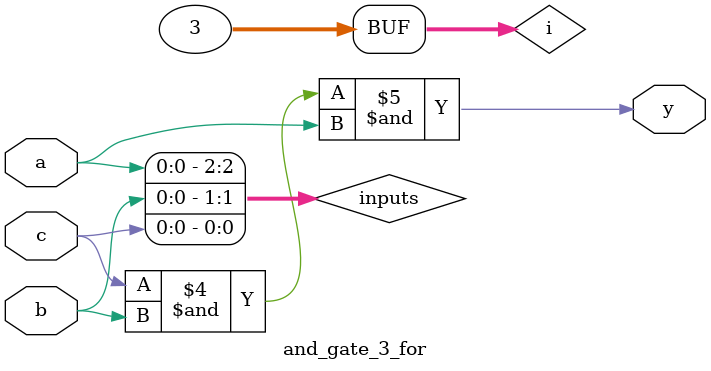
<source format=sv>
module and_gate_3_for (
    input wire a,  // Input A
    input wire b,  // Input B
    input wire c,  // Input C
    output reg y   // Output Y
);
    integer i;
    reg [2:0] inputs;  // Array to hold inputs
    always @(*) begin
        inputs = {a, b, c};  // Assign inputs
        y = 1'b1;  // Initial value
        for (i = 0; i < 3; i = i + 1) begin
            y = y & inputs[i];  // AND operation for each input
        end
    end
endmodule

</source>
